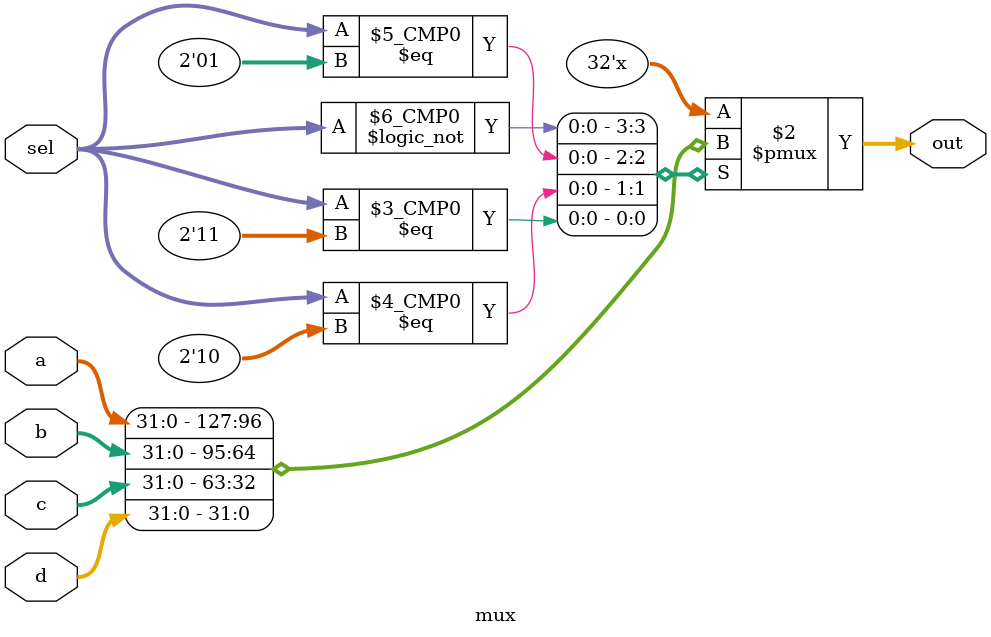
<source format=v>

module mux (out, a, b, c, d, sel);

	input [31:0] a, b, c, d; // Inputs 1, 2, 3 & 4 of 32 bits
	output [31:0] out; // Output of mux
	input [1:0] sel;  // Select is active high
	reg out; // Output is a volatile memory location
	always @(a or b or c or d or sel) begin
		case (sel) // give output the selected input value
			2'b00: out = a;
			2'b01: out = b;
			2'b10: out = c;
			2'b11: out = d;
			default: out = out;
		endcase
	end
endmodule
</source>
